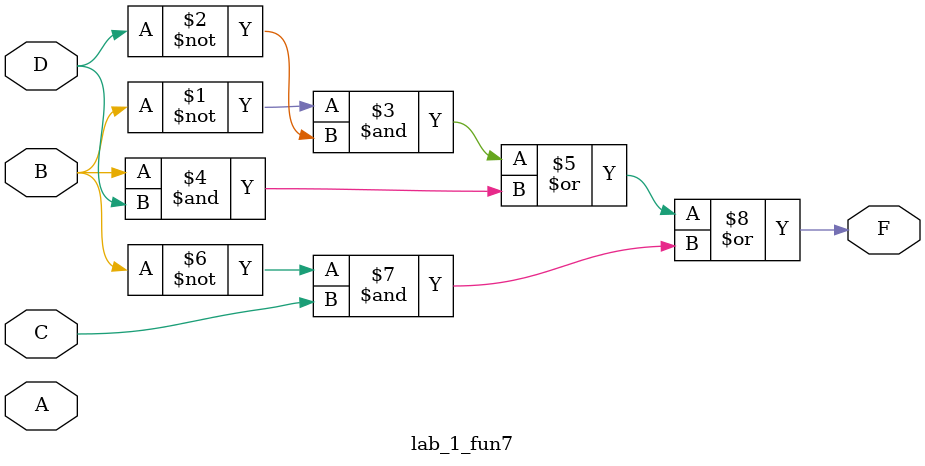
<source format=v>
module lab_1_fun7(input A, B, C, D, output F);

	assign F = (~B & ~D) | (B & D) | (~B & C);

endmodule

</source>
